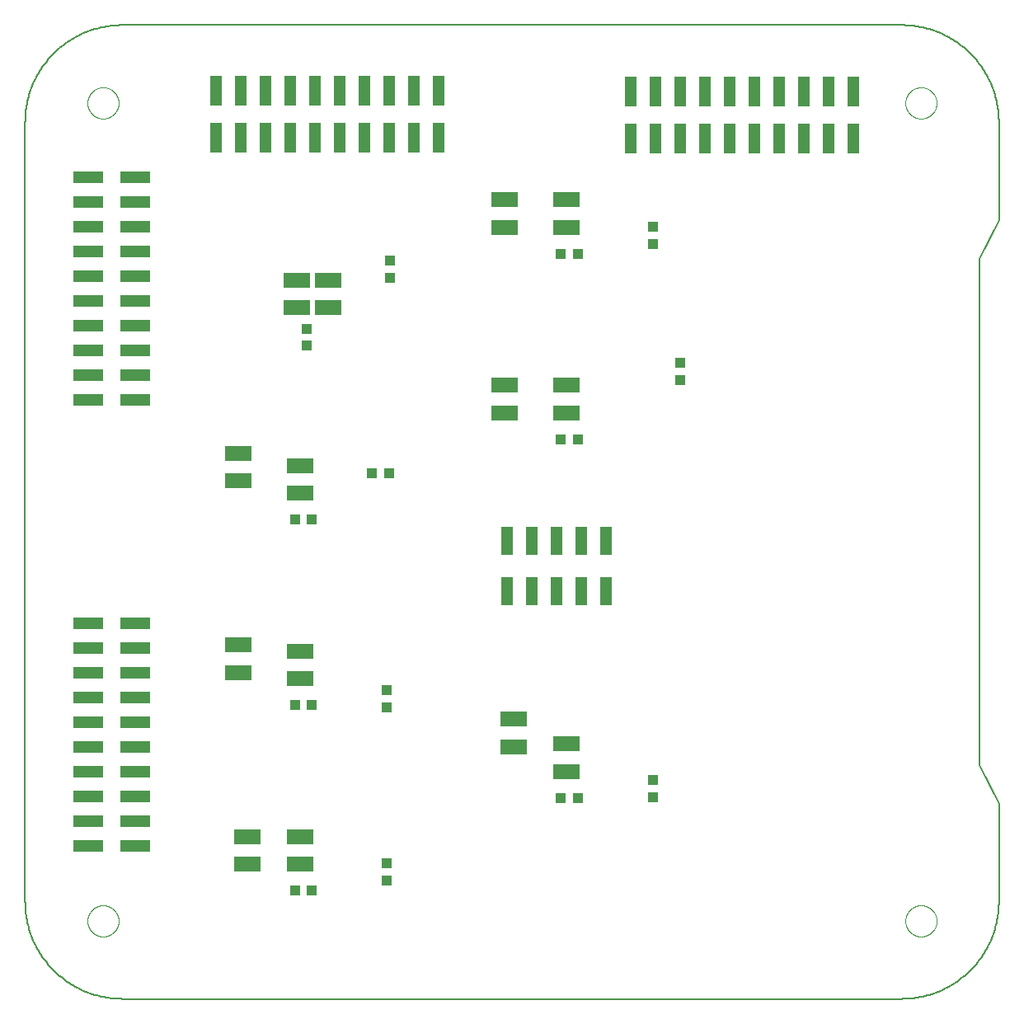
<source format=gbp>
G04 EAGLE Gerber RS-274X export*
G75*
%MOMM*%
%FSLAX34Y34*%
%LPD*%
%INSolder paste bottom*%
%IPPOS*%
%AMOC8*
5,1,8,0,0,1.08239X$1,22.5*%
G01*
%ADD10C,0.152400*%
%ADD11C,0.000000*%
%ADD12R,2.700000X1.600000*%
%ADD13R,1.080000X1.050000*%
%ADD14R,1.050000X1.080000*%
%ADD15R,1.270000X3.048000*%
%ADD16R,1.270000X2.921000*%
%ADD17R,3.048000X1.270000*%


D10*
X0Y100000D02*
X0Y900000D01*
X100000Y1000000D02*
X900000Y1000000D01*
X1000000Y900000D02*
X1000000Y800000D01*
X1000000Y200000D02*
X1000000Y100000D01*
X900000Y0D02*
X100000Y0D01*
X0Y900000D02*
X29Y902416D01*
X117Y904831D01*
X263Y907243D01*
X467Y909651D01*
X729Y912054D01*
X1049Y914449D01*
X1427Y916836D01*
X1863Y919213D01*
X2356Y921578D01*
X2906Y923932D01*
X3512Y926271D01*
X4175Y928595D01*
X4894Y930902D01*
X5669Y933191D01*
X6498Y935460D01*
X7383Y937709D01*
X8321Y939936D01*
X9313Y942140D01*
X10357Y944319D01*
X11454Y946472D01*
X12603Y948598D01*
X13803Y950696D01*
X15053Y952764D01*
X16353Y954801D01*
X17702Y956806D01*
X19098Y958779D01*
X20542Y960716D01*
X22033Y962619D01*
X23568Y964484D01*
X25149Y966312D01*
X26773Y968102D01*
X28440Y969851D01*
X30149Y971560D01*
X31898Y973227D01*
X33688Y974851D01*
X35516Y976432D01*
X37381Y977967D01*
X39284Y979458D01*
X41221Y980902D01*
X43194Y982298D01*
X45199Y983647D01*
X47236Y984947D01*
X49304Y986197D01*
X51402Y987397D01*
X53528Y988546D01*
X55681Y989643D01*
X57860Y990687D01*
X60064Y991679D01*
X62291Y992617D01*
X64540Y993502D01*
X66809Y994331D01*
X69098Y995106D01*
X71405Y995825D01*
X73729Y996488D01*
X76068Y997094D01*
X78422Y997644D01*
X80787Y998137D01*
X83164Y998573D01*
X85551Y998951D01*
X87946Y999271D01*
X90349Y999533D01*
X92757Y999737D01*
X95169Y999883D01*
X97584Y999971D01*
X100000Y1000000D01*
X900000Y1000000D02*
X902416Y999971D01*
X904831Y999883D01*
X907243Y999737D01*
X909651Y999533D01*
X912054Y999271D01*
X914449Y998951D01*
X916836Y998573D01*
X919213Y998137D01*
X921578Y997644D01*
X923932Y997094D01*
X926271Y996488D01*
X928595Y995825D01*
X930902Y995106D01*
X933191Y994331D01*
X935460Y993502D01*
X937709Y992617D01*
X939936Y991679D01*
X942140Y990687D01*
X944319Y989643D01*
X946472Y988546D01*
X948598Y987397D01*
X950696Y986197D01*
X952764Y984947D01*
X954801Y983647D01*
X956806Y982298D01*
X958779Y980902D01*
X960716Y979458D01*
X962619Y977967D01*
X964484Y976432D01*
X966312Y974851D01*
X968102Y973227D01*
X969851Y971560D01*
X971560Y969851D01*
X973227Y968102D01*
X974851Y966312D01*
X976432Y964484D01*
X977967Y962619D01*
X979458Y960716D01*
X980902Y958779D01*
X982298Y956806D01*
X983647Y954801D01*
X984947Y952764D01*
X986197Y950696D01*
X987397Y948598D01*
X988546Y946472D01*
X989643Y944319D01*
X990687Y942140D01*
X991679Y939936D01*
X992617Y937709D01*
X993502Y935460D01*
X994331Y933191D01*
X995106Y930902D01*
X995825Y928595D01*
X996488Y926271D01*
X997094Y923932D01*
X997644Y921578D01*
X998137Y919213D01*
X998573Y916836D01*
X998951Y914449D01*
X999271Y912054D01*
X999533Y909651D01*
X999737Y907243D01*
X999883Y904831D01*
X999971Y902416D01*
X1000000Y900000D01*
X1000000Y100000D02*
X999971Y97584D01*
X999883Y95169D01*
X999737Y92757D01*
X999533Y90349D01*
X999271Y87946D01*
X998951Y85551D01*
X998573Y83164D01*
X998137Y80787D01*
X997644Y78422D01*
X997094Y76068D01*
X996488Y73729D01*
X995825Y71405D01*
X995106Y69098D01*
X994331Y66809D01*
X993502Y64540D01*
X992617Y62291D01*
X991679Y60064D01*
X990687Y57860D01*
X989643Y55681D01*
X988546Y53528D01*
X987397Y51402D01*
X986197Y49304D01*
X984947Y47236D01*
X983647Y45199D01*
X982298Y43194D01*
X980902Y41221D01*
X979458Y39284D01*
X977967Y37381D01*
X976432Y35516D01*
X974851Y33688D01*
X973227Y31898D01*
X971560Y30149D01*
X969851Y28440D01*
X968102Y26773D01*
X966312Y25149D01*
X964484Y23568D01*
X962619Y22033D01*
X960716Y20542D01*
X958779Y19098D01*
X956806Y17702D01*
X954801Y16353D01*
X952764Y15053D01*
X950696Y13803D01*
X948598Y12603D01*
X946472Y11454D01*
X944319Y10357D01*
X942140Y9313D01*
X939936Y8321D01*
X937709Y7383D01*
X935460Y6498D01*
X933191Y5669D01*
X930902Y4894D01*
X928595Y4175D01*
X926271Y3512D01*
X923932Y2906D01*
X921578Y2356D01*
X919213Y1863D01*
X916836Y1427D01*
X914449Y1049D01*
X912054Y729D01*
X909651Y467D01*
X907243Y263D01*
X904831Y117D01*
X902416Y29D01*
X900000Y0D01*
X100000Y0D02*
X97584Y29D01*
X95169Y117D01*
X92757Y263D01*
X90349Y467D01*
X87946Y729D01*
X85551Y1049D01*
X83164Y1427D01*
X80787Y1863D01*
X78422Y2356D01*
X76068Y2906D01*
X73729Y3512D01*
X71405Y4175D01*
X69098Y4894D01*
X66809Y5669D01*
X64540Y6498D01*
X62291Y7383D01*
X60064Y8321D01*
X57860Y9313D01*
X55681Y10357D01*
X53528Y11454D01*
X51402Y12603D01*
X49304Y13803D01*
X47236Y15053D01*
X45199Y16353D01*
X43194Y17702D01*
X41221Y19098D01*
X39284Y20542D01*
X37381Y22033D01*
X35516Y23568D01*
X33688Y25149D01*
X31898Y26773D01*
X30149Y28440D01*
X28440Y30149D01*
X26773Y31898D01*
X25149Y33688D01*
X23568Y35516D01*
X22033Y37381D01*
X20542Y39284D01*
X19098Y41221D01*
X17702Y43194D01*
X16353Y45199D01*
X15053Y47236D01*
X13803Y49304D01*
X12603Y51402D01*
X11454Y53528D01*
X10357Y55681D01*
X9313Y57860D01*
X8321Y60064D01*
X7383Y62291D01*
X6498Y64540D01*
X5669Y66809D01*
X4894Y69098D01*
X4175Y71405D01*
X3512Y73729D01*
X2906Y76068D01*
X2356Y78422D01*
X1863Y80787D01*
X1427Y83164D01*
X1049Y85551D01*
X729Y87946D01*
X467Y90349D01*
X263Y92757D01*
X117Y95169D01*
X29Y97584D01*
X0Y100000D01*
X980000Y760000D02*
X1000000Y800000D01*
X980000Y760000D02*
X980000Y240000D01*
X1000000Y200000D01*
D11*
X64000Y920000D02*
X64005Y920393D01*
X64019Y920785D01*
X64043Y921177D01*
X64077Y921568D01*
X64120Y921959D01*
X64173Y922348D01*
X64236Y922735D01*
X64307Y923121D01*
X64389Y923506D01*
X64479Y923888D01*
X64580Y924267D01*
X64689Y924645D01*
X64808Y925019D01*
X64935Y925390D01*
X65072Y925758D01*
X65218Y926123D01*
X65373Y926484D01*
X65536Y926841D01*
X65708Y927194D01*
X65889Y927542D01*
X66079Y927886D01*
X66276Y928226D01*
X66482Y928560D01*
X66696Y928889D01*
X66919Y929213D01*
X67149Y929531D01*
X67386Y929844D01*
X67632Y930150D01*
X67885Y930451D01*
X68145Y930745D01*
X68412Y931033D01*
X68686Y931314D01*
X68967Y931588D01*
X69255Y931855D01*
X69549Y932115D01*
X69850Y932368D01*
X70156Y932614D01*
X70469Y932851D01*
X70787Y933081D01*
X71111Y933304D01*
X71440Y933518D01*
X71774Y933724D01*
X72114Y933921D01*
X72458Y934111D01*
X72806Y934292D01*
X73159Y934464D01*
X73516Y934627D01*
X73877Y934782D01*
X74242Y934928D01*
X74610Y935065D01*
X74981Y935192D01*
X75355Y935311D01*
X75733Y935420D01*
X76112Y935521D01*
X76494Y935611D01*
X76879Y935693D01*
X77265Y935764D01*
X77652Y935827D01*
X78041Y935880D01*
X78432Y935923D01*
X78823Y935957D01*
X79215Y935981D01*
X79607Y935995D01*
X80000Y936000D01*
X80393Y935995D01*
X80785Y935981D01*
X81177Y935957D01*
X81568Y935923D01*
X81959Y935880D01*
X82348Y935827D01*
X82735Y935764D01*
X83121Y935693D01*
X83506Y935611D01*
X83888Y935521D01*
X84267Y935420D01*
X84645Y935311D01*
X85019Y935192D01*
X85390Y935065D01*
X85758Y934928D01*
X86123Y934782D01*
X86484Y934627D01*
X86841Y934464D01*
X87194Y934292D01*
X87542Y934111D01*
X87886Y933921D01*
X88226Y933724D01*
X88560Y933518D01*
X88889Y933304D01*
X89213Y933081D01*
X89531Y932851D01*
X89844Y932614D01*
X90150Y932368D01*
X90451Y932115D01*
X90745Y931855D01*
X91033Y931588D01*
X91314Y931314D01*
X91588Y931033D01*
X91855Y930745D01*
X92115Y930451D01*
X92368Y930150D01*
X92614Y929844D01*
X92851Y929531D01*
X93081Y929213D01*
X93304Y928889D01*
X93518Y928560D01*
X93724Y928226D01*
X93921Y927886D01*
X94111Y927542D01*
X94292Y927194D01*
X94464Y926841D01*
X94627Y926484D01*
X94782Y926123D01*
X94928Y925758D01*
X95065Y925390D01*
X95192Y925019D01*
X95311Y924645D01*
X95420Y924267D01*
X95521Y923888D01*
X95611Y923506D01*
X95693Y923121D01*
X95764Y922735D01*
X95827Y922348D01*
X95880Y921959D01*
X95923Y921568D01*
X95957Y921177D01*
X95981Y920785D01*
X95995Y920393D01*
X96000Y920000D01*
X95995Y919607D01*
X95981Y919215D01*
X95957Y918823D01*
X95923Y918432D01*
X95880Y918041D01*
X95827Y917652D01*
X95764Y917265D01*
X95693Y916879D01*
X95611Y916494D01*
X95521Y916112D01*
X95420Y915733D01*
X95311Y915355D01*
X95192Y914981D01*
X95065Y914610D01*
X94928Y914242D01*
X94782Y913877D01*
X94627Y913516D01*
X94464Y913159D01*
X94292Y912806D01*
X94111Y912458D01*
X93921Y912114D01*
X93724Y911774D01*
X93518Y911440D01*
X93304Y911111D01*
X93081Y910787D01*
X92851Y910469D01*
X92614Y910156D01*
X92368Y909850D01*
X92115Y909549D01*
X91855Y909255D01*
X91588Y908967D01*
X91314Y908686D01*
X91033Y908412D01*
X90745Y908145D01*
X90451Y907885D01*
X90150Y907632D01*
X89844Y907386D01*
X89531Y907149D01*
X89213Y906919D01*
X88889Y906696D01*
X88560Y906482D01*
X88226Y906276D01*
X87886Y906079D01*
X87542Y905889D01*
X87194Y905708D01*
X86841Y905536D01*
X86484Y905373D01*
X86123Y905218D01*
X85758Y905072D01*
X85390Y904935D01*
X85019Y904808D01*
X84645Y904689D01*
X84267Y904580D01*
X83888Y904479D01*
X83506Y904389D01*
X83121Y904307D01*
X82735Y904236D01*
X82348Y904173D01*
X81959Y904120D01*
X81568Y904077D01*
X81177Y904043D01*
X80785Y904019D01*
X80393Y904005D01*
X80000Y904000D01*
X79607Y904005D01*
X79215Y904019D01*
X78823Y904043D01*
X78432Y904077D01*
X78041Y904120D01*
X77652Y904173D01*
X77265Y904236D01*
X76879Y904307D01*
X76494Y904389D01*
X76112Y904479D01*
X75733Y904580D01*
X75355Y904689D01*
X74981Y904808D01*
X74610Y904935D01*
X74242Y905072D01*
X73877Y905218D01*
X73516Y905373D01*
X73159Y905536D01*
X72806Y905708D01*
X72458Y905889D01*
X72114Y906079D01*
X71774Y906276D01*
X71440Y906482D01*
X71111Y906696D01*
X70787Y906919D01*
X70469Y907149D01*
X70156Y907386D01*
X69850Y907632D01*
X69549Y907885D01*
X69255Y908145D01*
X68967Y908412D01*
X68686Y908686D01*
X68412Y908967D01*
X68145Y909255D01*
X67885Y909549D01*
X67632Y909850D01*
X67386Y910156D01*
X67149Y910469D01*
X66919Y910787D01*
X66696Y911111D01*
X66482Y911440D01*
X66276Y911774D01*
X66079Y912114D01*
X65889Y912458D01*
X65708Y912806D01*
X65536Y913159D01*
X65373Y913516D01*
X65218Y913877D01*
X65072Y914242D01*
X64935Y914610D01*
X64808Y914981D01*
X64689Y915355D01*
X64580Y915733D01*
X64479Y916112D01*
X64389Y916494D01*
X64307Y916879D01*
X64236Y917265D01*
X64173Y917652D01*
X64120Y918041D01*
X64077Y918432D01*
X64043Y918823D01*
X64019Y919215D01*
X64005Y919607D01*
X64000Y920000D01*
X64000Y80000D02*
X64005Y80393D01*
X64019Y80785D01*
X64043Y81177D01*
X64077Y81568D01*
X64120Y81959D01*
X64173Y82348D01*
X64236Y82735D01*
X64307Y83121D01*
X64389Y83506D01*
X64479Y83888D01*
X64580Y84267D01*
X64689Y84645D01*
X64808Y85019D01*
X64935Y85390D01*
X65072Y85758D01*
X65218Y86123D01*
X65373Y86484D01*
X65536Y86841D01*
X65708Y87194D01*
X65889Y87542D01*
X66079Y87886D01*
X66276Y88226D01*
X66482Y88560D01*
X66696Y88889D01*
X66919Y89213D01*
X67149Y89531D01*
X67386Y89844D01*
X67632Y90150D01*
X67885Y90451D01*
X68145Y90745D01*
X68412Y91033D01*
X68686Y91314D01*
X68967Y91588D01*
X69255Y91855D01*
X69549Y92115D01*
X69850Y92368D01*
X70156Y92614D01*
X70469Y92851D01*
X70787Y93081D01*
X71111Y93304D01*
X71440Y93518D01*
X71774Y93724D01*
X72114Y93921D01*
X72458Y94111D01*
X72806Y94292D01*
X73159Y94464D01*
X73516Y94627D01*
X73877Y94782D01*
X74242Y94928D01*
X74610Y95065D01*
X74981Y95192D01*
X75355Y95311D01*
X75733Y95420D01*
X76112Y95521D01*
X76494Y95611D01*
X76879Y95693D01*
X77265Y95764D01*
X77652Y95827D01*
X78041Y95880D01*
X78432Y95923D01*
X78823Y95957D01*
X79215Y95981D01*
X79607Y95995D01*
X80000Y96000D01*
X80393Y95995D01*
X80785Y95981D01*
X81177Y95957D01*
X81568Y95923D01*
X81959Y95880D01*
X82348Y95827D01*
X82735Y95764D01*
X83121Y95693D01*
X83506Y95611D01*
X83888Y95521D01*
X84267Y95420D01*
X84645Y95311D01*
X85019Y95192D01*
X85390Y95065D01*
X85758Y94928D01*
X86123Y94782D01*
X86484Y94627D01*
X86841Y94464D01*
X87194Y94292D01*
X87542Y94111D01*
X87886Y93921D01*
X88226Y93724D01*
X88560Y93518D01*
X88889Y93304D01*
X89213Y93081D01*
X89531Y92851D01*
X89844Y92614D01*
X90150Y92368D01*
X90451Y92115D01*
X90745Y91855D01*
X91033Y91588D01*
X91314Y91314D01*
X91588Y91033D01*
X91855Y90745D01*
X92115Y90451D01*
X92368Y90150D01*
X92614Y89844D01*
X92851Y89531D01*
X93081Y89213D01*
X93304Y88889D01*
X93518Y88560D01*
X93724Y88226D01*
X93921Y87886D01*
X94111Y87542D01*
X94292Y87194D01*
X94464Y86841D01*
X94627Y86484D01*
X94782Y86123D01*
X94928Y85758D01*
X95065Y85390D01*
X95192Y85019D01*
X95311Y84645D01*
X95420Y84267D01*
X95521Y83888D01*
X95611Y83506D01*
X95693Y83121D01*
X95764Y82735D01*
X95827Y82348D01*
X95880Y81959D01*
X95923Y81568D01*
X95957Y81177D01*
X95981Y80785D01*
X95995Y80393D01*
X96000Y80000D01*
X95995Y79607D01*
X95981Y79215D01*
X95957Y78823D01*
X95923Y78432D01*
X95880Y78041D01*
X95827Y77652D01*
X95764Y77265D01*
X95693Y76879D01*
X95611Y76494D01*
X95521Y76112D01*
X95420Y75733D01*
X95311Y75355D01*
X95192Y74981D01*
X95065Y74610D01*
X94928Y74242D01*
X94782Y73877D01*
X94627Y73516D01*
X94464Y73159D01*
X94292Y72806D01*
X94111Y72458D01*
X93921Y72114D01*
X93724Y71774D01*
X93518Y71440D01*
X93304Y71111D01*
X93081Y70787D01*
X92851Y70469D01*
X92614Y70156D01*
X92368Y69850D01*
X92115Y69549D01*
X91855Y69255D01*
X91588Y68967D01*
X91314Y68686D01*
X91033Y68412D01*
X90745Y68145D01*
X90451Y67885D01*
X90150Y67632D01*
X89844Y67386D01*
X89531Y67149D01*
X89213Y66919D01*
X88889Y66696D01*
X88560Y66482D01*
X88226Y66276D01*
X87886Y66079D01*
X87542Y65889D01*
X87194Y65708D01*
X86841Y65536D01*
X86484Y65373D01*
X86123Y65218D01*
X85758Y65072D01*
X85390Y64935D01*
X85019Y64808D01*
X84645Y64689D01*
X84267Y64580D01*
X83888Y64479D01*
X83506Y64389D01*
X83121Y64307D01*
X82735Y64236D01*
X82348Y64173D01*
X81959Y64120D01*
X81568Y64077D01*
X81177Y64043D01*
X80785Y64019D01*
X80393Y64005D01*
X80000Y64000D01*
X79607Y64005D01*
X79215Y64019D01*
X78823Y64043D01*
X78432Y64077D01*
X78041Y64120D01*
X77652Y64173D01*
X77265Y64236D01*
X76879Y64307D01*
X76494Y64389D01*
X76112Y64479D01*
X75733Y64580D01*
X75355Y64689D01*
X74981Y64808D01*
X74610Y64935D01*
X74242Y65072D01*
X73877Y65218D01*
X73516Y65373D01*
X73159Y65536D01*
X72806Y65708D01*
X72458Y65889D01*
X72114Y66079D01*
X71774Y66276D01*
X71440Y66482D01*
X71111Y66696D01*
X70787Y66919D01*
X70469Y67149D01*
X70156Y67386D01*
X69850Y67632D01*
X69549Y67885D01*
X69255Y68145D01*
X68967Y68412D01*
X68686Y68686D01*
X68412Y68967D01*
X68145Y69255D01*
X67885Y69549D01*
X67632Y69850D01*
X67386Y70156D01*
X67149Y70469D01*
X66919Y70787D01*
X66696Y71111D01*
X66482Y71440D01*
X66276Y71774D01*
X66079Y72114D01*
X65889Y72458D01*
X65708Y72806D01*
X65536Y73159D01*
X65373Y73516D01*
X65218Y73877D01*
X65072Y74242D01*
X64935Y74610D01*
X64808Y74981D01*
X64689Y75355D01*
X64580Y75733D01*
X64479Y76112D01*
X64389Y76494D01*
X64307Y76879D01*
X64236Y77265D01*
X64173Y77652D01*
X64120Y78041D01*
X64077Y78432D01*
X64043Y78823D01*
X64019Y79215D01*
X64005Y79607D01*
X64000Y80000D01*
X904000Y80000D02*
X904005Y80393D01*
X904019Y80785D01*
X904043Y81177D01*
X904077Y81568D01*
X904120Y81959D01*
X904173Y82348D01*
X904236Y82735D01*
X904307Y83121D01*
X904389Y83506D01*
X904479Y83888D01*
X904580Y84267D01*
X904689Y84645D01*
X904808Y85019D01*
X904935Y85390D01*
X905072Y85758D01*
X905218Y86123D01*
X905373Y86484D01*
X905536Y86841D01*
X905708Y87194D01*
X905889Y87542D01*
X906079Y87886D01*
X906276Y88226D01*
X906482Y88560D01*
X906696Y88889D01*
X906919Y89213D01*
X907149Y89531D01*
X907386Y89844D01*
X907632Y90150D01*
X907885Y90451D01*
X908145Y90745D01*
X908412Y91033D01*
X908686Y91314D01*
X908967Y91588D01*
X909255Y91855D01*
X909549Y92115D01*
X909850Y92368D01*
X910156Y92614D01*
X910469Y92851D01*
X910787Y93081D01*
X911111Y93304D01*
X911440Y93518D01*
X911774Y93724D01*
X912114Y93921D01*
X912458Y94111D01*
X912806Y94292D01*
X913159Y94464D01*
X913516Y94627D01*
X913877Y94782D01*
X914242Y94928D01*
X914610Y95065D01*
X914981Y95192D01*
X915355Y95311D01*
X915733Y95420D01*
X916112Y95521D01*
X916494Y95611D01*
X916879Y95693D01*
X917265Y95764D01*
X917652Y95827D01*
X918041Y95880D01*
X918432Y95923D01*
X918823Y95957D01*
X919215Y95981D01*
X919607Y95995D01*
X920000Y96000D01*
X920393Y95995D01*
X920785Y95981D01*
X921177Y95957D01*
X921568Y95923D01*
X921959Y95880D01*
X922348Y95827D01*
X922735Y95764D01*
X923121Y95693D01*
X923506Y95611D01*
X923888Y95521D01*
X924267Y95420D01*
X924645Y95311D01*
X925019Y95192D01*
X925390Y95065D01*
X925758Y94928D01*
X926123Y94782D01*
X926484Y94627D01*
X926841Y94464D01*
X927194Y94292D01*
X927542Y94111D01*
X927886Y93921D01*
X928226Y93724D01*
X928560Y93518D01*
X928889Y93304D01*
X929213Y93081D01*
X929531Y92851D01*
X929844Y92614D01*
X930150Y92368D01*
X930451Y92115D01*
X930745Y91855D01*
X931033Y91588D01*
X931314Y91314D01*
X931588Y91033D01*
X931855Y90745D01*
X932115Y90451D01*
X932368Y90150D01*
X932614Y89844D01*
X932851Y89531D01*
X933081Y89213D01*
X933304Y88889D01*
X933518Y88560D01*
X933724Y88226D01*
X933921Y87886D01*
X934111Y87542D01*
X934292Y87194D01*
X934464Y86841D01*
X934627Y86484D01*
X934782Y86123D01*
X934928Y85758D01*
X935065Y85390D01*
X935192Y85019D01*
X935311Y84645D01*
X935420Y84267D01*
X935521Y83888D01*
X935611Y83506D01*
X935693Y83121D01*
X935764Y82735D01*
X935827Y82348D01*
X935880Y81959D01*
X935923Y81568D01*
X935957Y81177D01*
X935981Y80785D01*
X935995Y80393D01*
X936000Y80000D01*
X935995Y79607D01*
X935981Y79215D01*
X935957Y78823D01*
X935923Y78432D01*
X935880Y78041D01*
X935827Y77652D01*
X935764Y77265D01*
X935693Y76879D01*
X935611Y76494D01*
X935521Y76112D01*
X935420Y75733D01*
X935311Y75355D01*
X935192Y74981D01*
X935065Y74610D01*
X934928Y74242D01*
X934782Y73877D01*
X934627Y73516D01*
X934464Y73159D01*
X934292Y72806D01*
X934111Y72458D01*
X933921Y72114D01*
X933724Y71774D01*
X933518Y71440D01*
X933304Y71111D01*
X933081Y70787D01*
X932851Y70469D01*
X932614Y70156D01*
X932368Y69850D01*
X932115Y69549D01*
X931855Y69255D01*
X931588Y68967D01*
X931314Y68686D01*
X931033Y68412D01*
X930745Y68145D01*
X930451Y67885D01*
X930150Y67632D01*
X929844Y67386D01*
X929531Y67149D01*
X929213Y66919D01*
X928889Y66696D01*
X928560Y66482D01*
X928226Y66276D01*
X927886Y66079D01*
X927542Y65889D01*
X927194Y65708D01*
X926841Y65536D01*
X926484Y65373D01*
X926123Y65218D01*
X925758Y65072D01*
X925390Y64935D01*
X925019Y64808D01*
X924645Y64689D01*
X924267Y64580D01*
X923888Y64479D01*
X923506Y64389D01*
X923121Y64307D01*
X922735Y64236D01*
X922348Y64173D01*
X921959Y64120D01*
X921568Y64077D01*
X921177Y64043D01*
X920785Y64019D01*
X920393Y64005D01*
X920000Y64000D01*
X919607Y64005D01*
X919215Y64019D01*
X918823Y64043D01*
X918432Y64077D01*
X918041Y64120D01*
X917652Y64173D01*
X917265Y64236D01*
X916879Y64307D01*
X916494Y64389D01*
X916112Y64479D01*
X915733Y64580D01*
X915355Y64689D01*
X914981Y64808D01*
X914610Y64935D01*
X914242Y65072D01*
X913877Y65218D01*
X913516Y65373D01*
X913159Y65536D01*
X912806Y65708D01*
X912458Y65889D01*
X912114Y66079D01*
X911774Y66276D01*
X911440Y66482D01*
X911111Y66696D01*
X910787Y66919D01*
X910469Y67149D01*
X910156Y67386D01*
X909850Y67632D01*
X909549Y67885D01*
X909255Y68145D01*
X908967Y68412D01*
X908686Y68686D01*
X908412Y68967D01*
X908145Y69255D01*
X907885Y69549D01*
X907632Y69850D01*
X907386Y70156D01*
X907149Y70469D01*
X906919Y70787D01*
X906696Y71111D01*
X906482Y71440D01*
X906276Y71774D01*
X906079Y72114D01*
X905889Y72458D01*
X905708Y72806D01*
X905536Y73159D01*
X905373Y73516D01*
X905218Y73877D01*
X905072Y74242D01*
X904935Y74610D01*
X904808Y74981D01*
X904689Y75355D01*
X904580Y75733D01*
X904479Y76112D01*
X904389Y76494D01*
X904307Y76879D01*
X904236Y77265D01*
X904173Y77652D01*
X904120Y78041D01*
X904077Y78432D01*
X904043Y78823D01*
X904019Y79215D01*
X904005Y79607D01*
X904000Y80000D01*
X904000Y920000D02*
X904005Y920393D01*
X904019Y920785D01*
X904043Y921177D01*
X904077Y921568D01*
X904120Y921959D01*
X904173Y922348D01*
X904236Y922735D01*
X904307Y923121D01*
X904389Y923506D01*
X904479Y923888D01*
X904580Y924267D01*
X904689Y924645D01*
X904808Y925019D01*
X904935Y925390D01*
X905072Y925758D01*
X905218Y926123D01*
X905373Y926484D01*
X905536Y926841D01*
X905708Y927194D01*
X905889Y927542D01*
X906079Y927886D01*
X906276Y928226D01*
X906482Y928560D01*
X906696Y928889D01*
X906919Y929213D01*
X907149Y929531D01*
X907386Y929844D01*
X907632Y930150D01*
X907885Y930451D01*
X908145Y930745D01*
X908412Y931033D01*
X908686Y931314D01*
X908967Y931588D01*
X909255Y931855D01*
X909549Y932115D01*
X909850Y932368D01*
X910156Y932614D01*
X910469Y932851D01*
X910787Y933081D01*
X911111Y933304D01*
X911440Y933518D01*
X911774Y933724D01*
X912114Y933921D01*
X912458Y934111D01*
X912806Y934292D01*
X913159Y934464D01*
X913516Y934627D01*
X913877Y934782D01*
X914242Y934928D01*
X914610Y935065D01*
X914981Y935192D01*
X915355Y935311D01*
X915733Y935420D01*
X916112Y935521D01*
X916494Y935611D01*
X916879Y935693D01*
X917265Y935764D01*
X917652Y935827D01*
X918041Y935880D01*
X918432Y935923D01*
X918823Y935957D01*
X919215Y935981D01*
X919607Y935995D01*
X920000Y936000D01*
X920393Y935995D01*
X920785Y935981D01*
X921177Y935957D01*
X921568Y935923D01*
X921959Y935880D01*
X922348Y935827D01*
X922735Y935764D01*
X923121Y935693D01*
X923506Y935611D01*
X923888Y935521D01*
X924267Y935420D01*
X924645Y935311D01*
X925019Y935192D01*
X925390Y935065D01*
X925758Y934928D01*
X926123Y934782D01*
X926484Y934627D01*
X926841Y934464D01*
X927194Y934292D01*
X927542Y934111D01*
X927886Y933921D01*
X928226Y933724D01*
X928560Y933518D01*
X928889Y933304D01*
X929213Y933081D01*
X929531Y932851D01*
X929844Y932614D01*
X930150Y932368D01*
X930451Y932115D01*
X930745Y931855D01*
X931033Y931588D01*
X931314Y931314D01*
X931588Y931033D01*
X931855Y930745D01*
X932115Y930451D01*
X932368Y930150D01*
X932614Y929844D01*
X932851Y929531D01*
X933081Y929213D01*
X933304Y928889D01*
X933518Y928560D01*
X933724Y928226D01*
X933921Y927886D01*
X934111Y927542D01*
X934292Y927194D01*
X934464Y926841D01*
X934627Y926484D01*
X934782Y926123D01*
X934928Y925758D01*
X935065Y925390D01*
X935192Y925019D01*
X935311Y924645D01*
X935420Y924267D01*
X935521Y923888D01*
X935611Y923506D01*
X935693Y923121D01*
X935764Y922735D01*
X935827Y922348D01*
X935880Y921959D01*
X935923Y921568D01*
X935957Y921177D01*
X935981Y920785D01*
X935995Y920393D01*
X936000Y920000D01*
X935995Y919607D01*
X935981Y919215D01*
X935957Y918823D01*
X935923Y918432D01*
X935880Y918041D01*
X935827Y917652D01*
X935764Y917265D01*
X935693Y916879D01*
X935611Y916494D01*
X935521Y916112D01*
X935420Y915733D01*
X935311Y915355D01*
X935192Y914981D01*
X935065Y914610D01*
X934928Y914242D01*
X934782Y913877D01*
X934627Y913516D01*
X934464Y913159D01*
X934292Y912806D01*
X934111Y912458D01*
X933921Y912114D01*
X933724Y911774D01*
X933518Y911440D01*
X933304Y911111D01*
X933081Y910787D01*
X932851Y910469D01*
X932614Y910156D01*
X932368Y909850D01*
X932115Y909549D01*
X931855Y909255D01*
X931588Y908967D01*
X931314Y908686D01*
X931033Y908412D01*
X930745Y908145D01*
X930451Y907885D01*
X930150Y907632D01*
X929844Y907386D01*
X929531Y907149D01*
X929213Y906919D01*
X928889Y906696D01*
X928560Y906482D01*
X928226Y906276D01*
X927886Y906079D01*
X927542Y905889D01*
X927194Y905708D01*
X926841Y905536D01*
X926484Y905373D01*
X926123Y905218D01*
X925758Y905072D01*
X925390Y904935D01*
X925019Y904808D01*
X924645Y904689D01*
X924267Y904580D01*
X923888Y904479D01*
X923506Y904389D01*
X923121Y904307D01*
X922735Y904236D01*
X922348Y904173D01*
X921959Y904120D01*
X921568Y904077D01*
X921177Y904043D01*
X920785Y904019D01*
X920393Y904005D01*
X920000Y904000D01*
X919607Y904005D01*
X919215Y904019D01*
X918823Y904043D01*
X918432Y904077D01*
X918041Y904120D01*
X917652Y904173D01*
X917265Y904236D01*
X916879Y904307D01*
X916494Y904389D01*
X916112Y904479D01*
X915733Y904580D01*
X915355Y904689D01*
X914981Y904808D01*
X914610Y904935D01*
X914242Y905072D01*
X913877Y905218D01*
X913516Y905373D01*
X913159Y905536D01*
X912806Y905708D01*
X912458Y905889D01*
X912114Y906079D01*
X911774Y906276D01*
X911440Y906482D01*
X911111Y906696D01*
X910787Y906919D01*
X910469Y907149D01*
X910156Y907386D01*
X909850Y907632D01*
X909549Y907885D01*
X909255Y908145D01*
X908967Y908412D01*
X908686Y908686D01*
X908412Y908967D01*
X908145Y909255D01*
X907885Y909549D01*
X907632Y909850D01*
X907386Y910156D01*
X907149Y910469D01*
X906919Y910787D01*
X906696Y911111D01*
X906482Y911440D01*
X906276Y911774D01*
X906079Y912114D01*
X905889Y912458D01*
X905708Y912806D01*
X905536Y913159D01*
X905373Y913516D01*
X905218Y913877D01*
X905072Y914242D01*
X904935Y914610D01*
X904808Y914981D01*
X904689Y915355D01*
X904580Y915733D01*
X904479Y916112D01*
X904389Y916494D01*
X904307Y916879D01*
X904236Y917265D01*
X904173Y917652D01*
X904120Y918041D01*
X904077Y918432D01*
X904043Y918823D01*
X904019Y919215D01*
X904005Y919607D01*
X904000Y920000D01*
D12*
X311150Y709900D03*
X311150Y737900D03*
D13*
X288925Y688200D03*
X288925Y670700D03*
D12*
X279400Y709900D03*
X279400Y737900D03*
X492125Y601950D03*
X492125Y629950D03*
D14*
X550050Y574675D03*
X567550Y574675D03*
D12*
X555625Y601950D03*
X555625Y629950D03*
X219075Y532100D03*
X219075Y560100D03*
D14*
X277000Y492125D03*
X294500Y492125D03*
D12*
X282575Y519400D03*
X282575Y547400D03*
X219075Y335250D03*
X219075Y363250D03*
D14*
X277000Y301625D03*
X294500Y301625D03*
D12*
X282575Y328900D03*
X282575Y356900D03*
X228600Y138400D03*
X228600Y166400D03*
D14*
X277000Y111125D03*
X294500Y111125D03*
D12*
X282575Y138400D03*
X282575Y166400D03*
X492125Y792450D03*
X492125Y820450D03*
D14*
X550050Y765175D03*
X567550Y765175D03*
D12*
X555625Y792450D03*
X555625Y820450D03*
X501650Y259050D03*
X501650Y287050D03*
D14*
X550050Y206375D03*
X567550Y206375D03*
D12*
X555625Y233650D03*
X555625Y261650D03*
D15*
X622300Y932180D03*
X622300Y883920D03*
X647700Y932180D03*
X647700Y883920D03*
X673100Y932180D03*
X673100Y883920D03*
X698500Y932180D03*
X698500Y883920D03*
X723900Y932180D03*
X723900Y883920D03*
X749300Y932180D03*
X749300Y883920D03*
X774700Y932180D03*
X774700Y883920D03*
X800100Y932180D03*
X800100Y883920D03*
X825500Y932180D03*
X825500Y883920D03*
X850900Y932180D03*
X850900Y883920D03*
D16*
X596900Y470217D03*
X596900Y418782D03*
X571500Y470217D03*
X571500Y418782D03*
X546100Y470217D03*
X546100Y418782D03*
X520700Y470217D03*
X520700Y418782D03*
X495300Y470217D03*
X495300Y418782D03*
D13*
X673100Y635775D03*
X673100Y653275D03*
X374650Y740550D03*
X374650Y758050D03*
D14*
X373875Y539750D03*
X356375Y539750D03*
D13*
X371475Y316725D03*
X371475Y299225D03*
X371475Y138925D03*
X371475Y121425D03*
X644525Y792975D03*
X644525Y775475D03*
X644525Y224650D03*
X644525Y207150D03*
D17*
X64770Y157187D03*
X113030Y157187D03*
X64770Y182587D03*
X113030Y182587D03*
X64770Y207987D03*
X113030Y207987D03*
X64770Y233387D03*
X113030Y233387D03*
X64770Y258787D03*
X113030Y258787D03*
X64770Y284187D03*
X113030Y284187D03*
X64770Y309587D03*
X113030Y309587D03*
X64770Y334987D03*
X113030Y334987D03*
X64770Y360387D03*
X113030Y360387D03*
X64770Y385787D03*
X113030Y385787D03*
X113030Y843527D03*
X64770Y843527D03*
X113030Y818127D03*
X64770Y818127D03*
X113030Y792727D03*
X64770Y792727D03*
X113030Y767327D03*
X64770Y767327D03*
X113030Y741927D03*
X64770Y741927D03*
X113030Y716527D03*
X64770Y716527D03*
X113030Y691127D03*
X64770Y691127D03*
X113030Y665727D03*
X64770Y665727D03*
X113030Y640327D03*
X64770Y640327D03*
X113030Y614927D03*
X64770Y614927D03*
D15*
X195920Y933017D03*
X195920Y884757D03*
X221320Y933017D03*
X221320Y884757D03*
X246720Y933017D03*
X246720Y884757D03*
X272120Y933017D03*
X272120Y884757D03*
X297520Y933017D03*
X297520Y884757D03*
X322920Y933017D03*
X322920Y884757D03*
X348320Y933017D03*
X348320Y884757D03*
X373720Y933017D03*
X373720Y884757D03*
X399120Y933017D03*
X399120Y884757D03*
X424520Y933017D03*
X424520Y884757D03*
M02*

</source>
